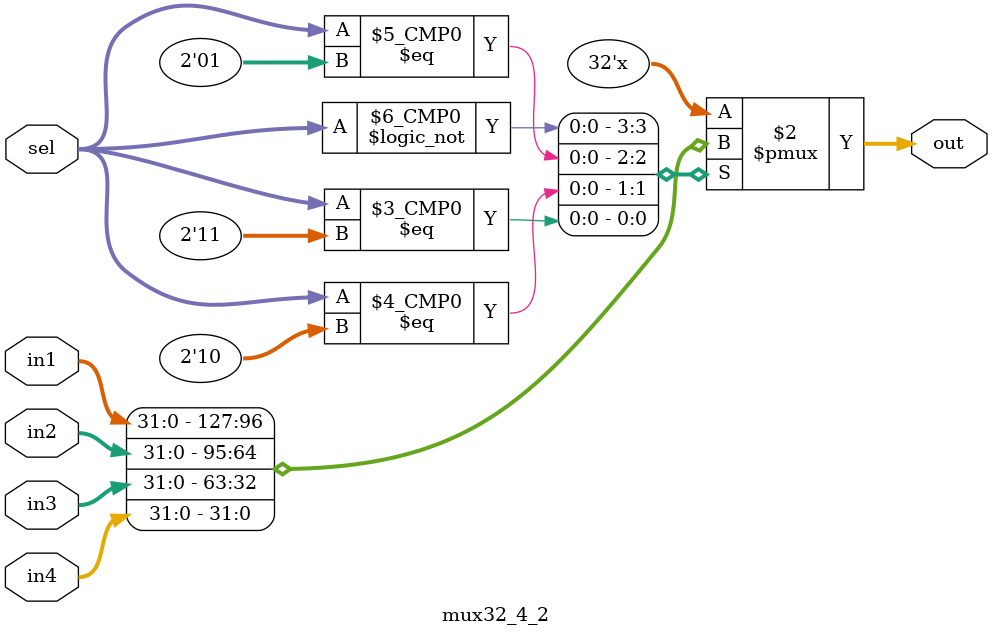
<source format=v>
module mux32_4_2(
    input [31:0] in1,
    input [31:0] in2,
    input [31:0] in3,
    input [31:0] in4,
    input [1:0] sel,
    output reg [31:0] out
);

always @(*)
begin
  case(sel)
    2'b00 : out = in1;
    2'b01 : out = in2;
    2'b10 : out = in3;
    2'b11 : out = in4;
  endcase
end

endmodule
</source>
